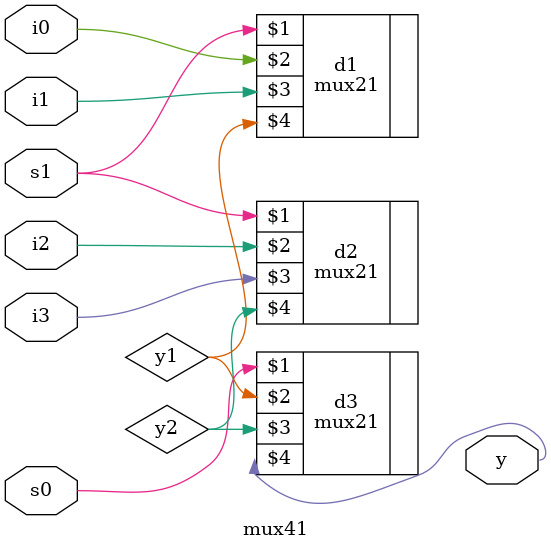
<source format=v>
module mux41(i0,i1,i2,i3,s0,s1,y);
input i0,i1,i2,i3,s0,s1;
output y;

wire y1,y2;

mux21 d1(s1,i0,i1,y1);
mux21 d2(s1,i2,i3,y2);
mux21 d3(s0,y1,y2,y);

endmodule
</source>
